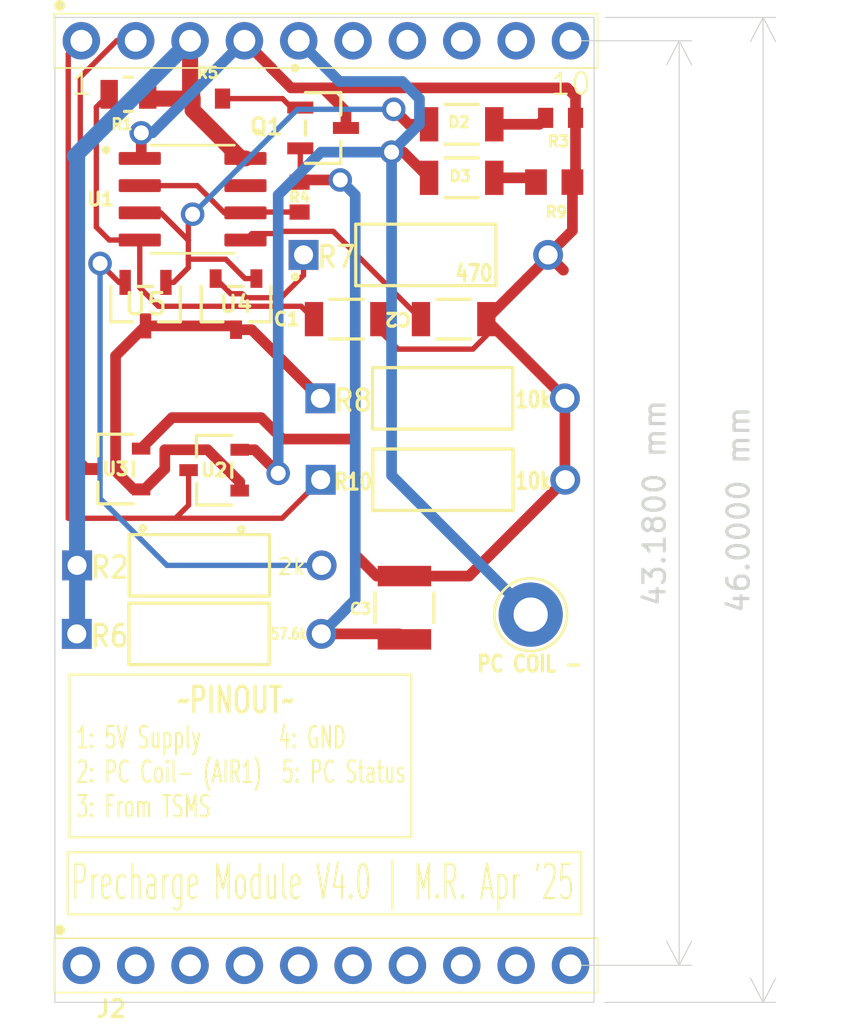
<source format=kicad_pcb>
(kicad_pcb (version 20240108) (generator "pcbnew") (generator_version "8.0")
  (layers (0 "F.Cu" signal) (31 "B.Cu" signal) (34 "B.Paste" user) (35 "F.Paste" user) (36 "B.SilkS" user "B.Silkscreen") (37 "F.SilkS" user "F.Silkscreen") (38 "B.Mask" user) (39 "F.Mask" user) (44 "Edge.Cuts" user))
  (net 0 "")
  (net 1 "Net-(Q1-C)")
  (net 2 "Net-(U1-CV)")
  (net 3 "Net-(U1-R)")
  (net 4 "Net-(D2-K)")
  (net 5 "Net-(D3-K)")
  (net 6 "Net-(U3-D)")
  (net 7 "Net-(U2-D)")
  (net 8 "Net-(Q1-E)")
  (net 9 "Net-(Q1-B)")
  (net 10 "Net-(U1-THR)")
  (net 12 "Net-(U1-VCC)")
  (net 18 "Drain")
  (net 19 "Gate")
  (net 20 "NmosSource")
  (net 21 "PMOSSOURCE")
  (net 22 "END")
  (footprint "Yellow RTDS LED:LED_AP3216SYD_KNB" (layer "F.Cu") (at 68.576 31.8 180)
    (property "Reference" "D3" (at 0.074 0.076 0) (layer "F.SilkS") (effects (font (size 0.5 0.5) (thickness 0.125))))
    (property "Value" "LED (Test)" (hide yes))
    (fp_line (start 0.78465 -0.9271) (end -0.78465 -0.9271) (stroke (width 0.1524)) (layer "F.SilkS"))
    (fp_line (start -0.78465 0.9271) (end 0.78465 0.9271) (stroke (width 0.1524)) (layer "F.SilkS"))
    (pad "1" smd rect (at -1.524 0 180) (size 0.8636 1.6002) (layers "F.Cu" "F.Paste" "F.Mask") (net 5 "Net-(D3-K)"))
    (pad "2" smd rect (at 1.524 0 180) (size 0.8636 1.6002) (layers "F.Cu" "F.Paste" "F.Mask") (net 22 "END"))
  )
  (footprint "CF14JT10K0:STA_CF14_STP" (layer "F.Cu") (at 50.585 53.1)
    (property "Reference" "R6" (at 1.53 0.1 0) (layer "F.SilkS") (effects (font (size 1 0.9))))
    (property "Value" "57.6k")
    (fp_line (start 2.4384 -1.4351) (end 2.4384 1.4351) (stroke (width 0.1524)) (layer "F.SilkS"))
    (fp_line (start 2.4384 1.4351) (end 8.9916 1.4351) (stroke (width 0.1524)) (layer "F.SilkS"))
    (fp_line (start 8.9916 -1.4351) (end 2.4384 -1.4351) (stroke (width 0.1524)) (layer "F.SilkS"))
    (fp_line (start 8.9916 1.4351) (end 8.9916 -1.4351) (stroke (width 0.1524)) (layer "F.SilkS"))
    (pad "1" thru_hole rect (at 0 0) (size 1.397 1.397) (drill 0.889) (layers "*.Cu" "*.Mask") (net 12 "Net-(U1-VCC)"))
    (pad "2" thru_hole circle (at 11.43 0) (size 1.397 1.397) (drill 0.889) (layers "*.Cu" "*.Mask") (net 8 "Net-(Q1-E)"))
  )
  (footprint "TestPoint:TestPoint_Loop_D2.60mm_Drill1.6mm_Beaded" (layer "F.Cu") (at 71.8 52.2)
    (property "Reference" "PC COIL -" (at -0.05 2.3 0) (layer "F.SilkS") (effects (font (size 0.75 0.6))))
    (property "Value" "TestPoint" (hide yes))
    (fp_circle (center 0 0) (end 1.7 0) (stroke (width 0.12)) (fill none) (layer "F.SilkS"))
    (pad "1" thru_hole circle (at 0 0) (size 3 3) (drill 1.6) (layers "*.Cu" "*.Mask") (net 22 "END"))
  )
  (footprint "Transistor:SOT-23_MCC" (layer "F.Cu") (at 62.1 29.4715 -90)
    (property "Reference" "Q1" (at -0.0609 2.663 0) (layer "F.SilkS") (effects (font (size 0.75 0.75))))
    (property "Value" "SS8550")
    (fp_line (start -0.34036 0.8255) (end 0.34036 0.8255) (stroke (width 0.1524)) (layer "F.SilkS"))
    (fp_line (start 1.651 0.8255) (end 1.651 -0.8255) (stroke (width 0.1524)) (layer "F.SilkS"))
    (fp_line (start -1.651 -0.8255) (end -1.651 0.8255) (stroke (width 0.1524)) (layer "F.SilkS"))
    (fp_line (start -0.61214 -0.8255) (end -1.651 -0.8255) (stroke (width 0.1524)) (layer "F.SilkS"))
    (fp_line (start 1.651 -0.8255) (end 0.61214 -0.8255) (stroke (width 0.1524)) (layer "F.SilkS"))
    (fp_circle (center -2.794 1.3208) (end -2.667 1.3208) (stroke (width 0.1524)) (fill none) (layer "F.SilkS"))
    (pad "1" smd rect (at -0.9525 1.0668 270) (size 0.5588 1.2192) (layers "F.Cu" "F.Paste" "F.Mask") (net 9 "Net-(Q1-B)"))
    (pad "2" smd rect (at 0.9525 1.0668 270) (size 0.5588 1.2192) (layers "F.Cu" "F.Paste" "F.Mask") (net 8 "Net-(Q1-E)"))
    (pad "3" smd rect (at 0 -1.0668 270) (size 0.5588 1.2192) (layers "F.Cu" "F.Paste" "F.Mask") (net 1 "Net-(Q1-C)"))
  )
  (footprint "1k Resistor:STA_RMCF0603_STP" (layer "F.Cu") (at 73.1985 29)
    (property "Reference" "R3" (at -0.0985 1.1 0) (layer "F.SilkS") (effects (font (size 0.5 0.5) (thickness 0.125))))
    (property "Value" "1k")
    (pad "1" smd rect (at -0.6985 0) (size 0.7112 0.9398) (layers "F.Cu" "F.Paste" "F.Mask") (net 4 "Net-(D2-K)"))
    (pad "2" smd rect (at 0.6985 0) (size 0.7112 0.9398) (layers "F.Cu" "F.Paste" "F.Mask") (net 1 "Net-(Q1-C)"))
  )
  (footprint "Capacitor 47u:CAP_CL32_SAM" (layer "F.Cu") (at 65.9 51.877801 90)
    (property "Reference" "C3" (at -0.05 -2.05 0) (layer "F.SilkS") (effects (font (size 0.5 0.5) (thickness 0.125))))
    (property "Value" "47u")
    (fp_line (start 0.692451 -1.377) (end -0.692451 -1.377) (stroke (width 0.1524)) (layer "F.SilkS"))
    (fp_line (start -0.692451 1.377) (end 0.692451 1.377) (stroke (width 0.1524)) (layer "F.SilkS"))
    (pad "1" smd rect (at -1.477801 0 90) (size 0.9556 2.5) (layers "F.Cu" "F.Paste" "F.Mask") (net 8 "Net-(Q1-E)"))
    (pad "2" smd rect (at 1.477801 0 90) (size 0.9556 2.5) (layers "F.Cu" "F.Paste" "F.Mask") (net 1 "Net-(Q1-C)"))
  )
  (footprint "Yellow RTDS LED:LED_AP3216SYD_KNB" (layer "F.Cu") (at 68.576 29.3 180)
    (property "Reference" "D2" (at 0.124 0.1 0) (layer "F.SilkS") (effects (font (size 0.5 0.5) (thickness 0.125))))
    (property "Value" "3 second timer" (hide yes))
    (fp_line (start 0.78465 -0.9271) (end -0.78465 -0.9271) (stroke (width 0.1524)) (layer "F.SilkS"))
    (fp_line (start -0.78465 0.9271) (end 0.78465 0.9271) (stroke (width 0.1524)) (layer "F.SilkS"))
    (pad "1" smd rect (at -1.524 0 180) (size 0.8636 1.6002) (layers "F.Cu" "F.Paste" "F.Mask") (net 4 "Net-(D2-K)"))
    (pad "2" smd rect (at 1.524 0 180) (size 0.8636 1.6002) (layers "F.Cu" "F.Paste" "F.Mask") (net 19 "Gate"))
  )
  (footprint "PMOS:PMV160UP_NEX" (layer "F.Cu") (at 53.8 37.7 180)
    (property "Reference" "U5" (at 0 0 0) (layer "F.SilkS"))
    (property "Value" "PMV160UP_NEX" (hide yes))
    (fp_line (start 1.6256 0.8255) (end 1.6256 -0.8255) (stroke (width 0.1524)) (layer "F.SilkS"))
    (fp_line (start 1.6256 -0.8255) (end 0.59944 -0.8255) (stroke (width 0.1524)) (layer "F.SilkS"))
    (fp_line (start -0.35306 0.8255) (end 0.35306 0.8255) (stroke (width 0.1524)) (layer "F.SilkS"))
    (fp_line (start -0.59944 -0.8255) (end -1.6256 -0.8255) (stroke (width 0.1524)) (layer "F.SilkS"))
    (fp_line (start -1.6256 -0.8255) (end -1.6256 0.8255) (stroke (width 0.1524)) (layer "F.SilkS"))
    (pad "1" smd rect (at -0.9525 1.016 180) (size 0.5334 1.1684) (layers "F.Cu" "F.Paste" "F.Mask") (net 19 "Gate"))
    (pad "2" smd rect (at 0.9525 1.016 180) (size 0.5334 1.1684) (layers "F.Cu" "F.Paste" "F.Mask") (net 21 "PMOSSOURCE"))
    (pad "3" smd rect (at 0 -1.016 180) (size 0.5334 1.1684) (layers "F.Cu" "F.Paste" "F.Mask") (net 18 "Drain"))
  )
  (footprint "150 Ohm resistor:RC0805N_YAG" (layer "F.Cu") (at 72.9 32 180)
    (property "Reference" "R9" (at -0.1 -1.4 0) (layer "F.SilkS") (effects (font (size 0.5 0.5) (thickness 0.125))))
    (property "Value" "150R")
    (pad "1" smd rect (at -0.8509 0 180) (size 1.016 1.1938) (layers "F.Cu" "F.Paste" "F.Mask") (net 1 "Net-(Q1-C)"))
    (pad "2" smd rect (at 0.8509 0 180) (size 1.016 1.1938) (layers "F.Cu" "F.Paste" "F.Mask") (net 5 "Net-(D3-K)"))
  )
  (footprint "CF14JT10K0:STA_CF14_STP" (layer "F.Cu") (at 61.97 42.1)
    (property "Reference" "R8" (at 1.53 0.1 0) (layer "F.SilkS") (effects (font (size 1 0.9))))
    (property "Value" "10k")
    (fp_line (start 2.4384 -1.4351) (end 2.4384 1.4351) (stroke (width 0.1524)) (layer "F.SilkS"))
    (fp_line (start 2.4384 1.4351) (end 8.9916 1.4351) (stroke (width 0.1524)) (layer "F.SilkS"))
    (fp_line (start 8.9916 -1.4351) (end 2.4384 -1.4351) (stroke (width 0.1524)) (layer "F.SilkS"))
    (fp_line (start 8.9916 1.4351) (end 8.9916 -1.4351) (stroke (width 0.1524)) (layer "F.SilkS"))
    (pad "1" thru_hole rect (at 0 0) (size 1.397 1.397) (drill 0.889) (layers "*.Cu" "*.Mask") (net 18 "Drain"))
    (pad "2" thru_hole circle (at 11.43 0) (size 1.397 1.397) (drill 0.889) (layers "*.Cu" "*.Mask") (net 1 "Net-(Q1-C)"))
  )
  (footprint "0.1 C:CAP_CL31_SAM" (layer "F.Cu") (at 63.2 38.4)
    (property "Reference" "C1" (at -2.8 0 0) (layer "F.SilkS") (effects (font (size 0.6 0.6))))
    (property "Value" "0.1u")
    (fp_line (start -0.792451 0.927) (end 0.792451 0.927) (stroke (width 0.1524)) (layer "F.SilkS"))
    (fp_line (start 0.792451 -0.927) (end -0.792451 -0.927) (stroke (width 0.1524)) (layer "F.SilkS"))
    (pad "1" smd rect (at -1.527801 0) (size 0.8556 1.6) (layers "F.Cu" "F.Paste" "F.Mask") (net 3 "Net-(U1-R)"))
    (pad "2" smd rect (at 1.527801 0) (size 0.8556 1.6) (layers "F.Cu" "F.Paste" "F.Mask") (net 1 "Net-(Q1-C)"))
  )
  (footprint "0.1 C:CAP_CL31_SAM" (layer "F.Cu") (at 68.2 38.4)
    (property "Reference" "C2" (at -2.6 0 180) (layer "F.SilkS") (effects (font (size 0.6 0.6))))
    (property "Value" "0.1u")
    (fp_line (start -0.792451 0.927) (end 0.792451 0.927) (stroke (width 0.1524)) (layer "F.SilkS"))
    (fp_line (start 0.792451 -0.927) (end -0.792451 -0.927) (stroke (width 0.1524)) (layer "F.SilkS"))
    (pad "1" smd rect (at -1.527801 0) (size 0.8556 1.6) (layers "F.Cu" "F.Paste" "F.Mask") (net 2 "Net-(U1-CV)"))
    (pad "2" smd rect (at 1.527801 0) (size 0.8556 1.6) (layers "F.Cu" "F.Paste" "F.Mask") (net 1 "Net-(Q1-C)"))
  )
  (footprint "CF14JT10K0:STA_CF14_STP" (layer "F.Cu") (at 61.185 35.4)
    (property "Reference" "R7" (at 1.53 0.1 0) (layer "F.SilkS") (effects (font (size 1 0.9))))
    (property "Value" "470")
    (fp_line (start 2.4384 -1.4351) (end 2.4384 1.4351) (stroke (width 0.1524)) (layer "F.SilkS"))
    (fp_line (start 2.4384 1.4351) (end 8.9916 1.4351) (stroke (width 0.1524)) (layer "F.SilkS"))
    (fp_line (start 8.9916 -1.4351) (end 2.4384 -1.4351) (stroke (width 0.1524)) (layer "F.SilkS"))
    (fp_line (start 8.9916 1.4351) (end 8.9916 -1.4351) (stroke (width 0.1524)) (layer "F.SilkS"))
    (pad "1" thru_hole rect (at 0 0) (size 1.397 1.397) (drill 0.889) (layers "*.Cu" "*.Mask") (net 20 "NmosSource"))
    (pad "2" thru_hole circle (at 11.43 0) (size 1.397 1.397) (drill 0.889) (layers "*.Cu" "*.Mask") (net 1 "Net-(Q1-C)"))
  )
  (footprint "1k Resistor:STA_RMCF0603_STP" (layer "F.Cu") (at 56.7 28.1)
    (property "Reference" "R5" (at 0 -1.2 0) (layer "F.SilkS") (effects (font (size 0.5 0.5) (thickness 0.125))))
    (property "Value" "1k")
    (pad "1" smd rect (at -0.6985 0) (size 0.7112 0.9398) (layers "F.Cu" "F.Paste" "F.Mask") (net 12 "Net-(U1-VCC)"))
    (pad "2" smd rect (at 0.6985 0) (size 0.7112 0.9398) (layers "F.Cu" "F.Paste" "F.Mask") (net 9 "Net-(Q1-B)"))
  )
  (footprint "IRLML2060TRPBF:SOT23_INF" (layer "F.Cu") (at 57.0062 45.4525 90)
    (property "Reference" "U2" (at 0 0 0) (layer "F.SilkS") (effects (font (size 0.6 0.6))))
    (property "Value" "IRLML2060TRPBF" (hide yes))
    (fp_line (start 1.6256 -0.8255) (end 0.61214 -0.8255) (stroke (width 0.1524)) (layer "F.SilkS"))
    (fp_line (start -0.61214 -0.8255) (end -1.6256 -0.8255) (stroke (width 0.1524)) (layer "F.SilkS"))
    (fp_line (start -1.6256 -0.8255) (end -1.6256 0.8255) (stroke (width 0.1524)) (layer "F.SilkS"))
    (fp_line (start 1.6256 0.8255) (end 1.6256 -0.8255) (stroke (width 0.1524)) (layer "F.SilkS"))
    (fp_line (start -0.34036 0.8255) (end 0.34036 0.8255) (stroke (width 0.1524)) (layer "F.SilkS"))
    (fp_circle (center -2.7686 1.27) (end -2.6416 1.27) (stroke (width 0.1524)) (fill none) (layer "F.SilkS"))
    (pad "1" smd rect (at -0.9525 1.1938 90) (size 0.5588 0.8636) (layers "F.Cu" "F.Paste" "F.Mask") (net 18 "Drain"))
    (pad "2" smd rect (at 0.9525 1.1938 90) (size 0.5588 0.8636) (layers "F.Cu" "F.Paste" "F.Mask") (net 22 "END"))
    (pad "3" smd rect (at 0 -1.1938 90) (size 0.5588 0.8636) (layers "F.Cu" "F.Paste" "F.Mask") (net 7 "Net-(U2-D)"))
  )
  (footprint "IRLML2060TRPBF:SOT23_INF" (layer "F.Cu") (at 52.4 45.4 90)
    (property "Reference" "U3" (at 0 0 0) (layer "F.SilkS") (effects (font (size 0.6 0.6))))
    (property "Value" "IRLML2060TRPBF" (hide yes))
    (fp_line (start 1.6256 -0.8255) (end 0.61214 -0.8255) (stroke (width 0.1524)) (layer "F.SilkS"))
    (fp_line (start -0.61214 -0.8255) (end -1.6256 -0.8255) (stroke (width 0.1524)) (layer "F.SilkS"))
    (fp_line (start -1.6256 -0.8255) (end -1.6256 0.8255) (stroke (width 0.1524)) (layer "F.SilkS"))
    (fp_line (start 1.6256 0.8255) (end 1.6256 -0.8255) (stroke (width 0.1524)) (layer "F.SilkS"))
    (fp_line (start -0.34036 0.8255) (end 0.34036 0.8255) (stroke (width 0.1524)) (layer "F.SilkS"))
    (fp_circle (center -2.7686 1.27) (end -2.6416 1.27) (stroke (width 0.1524)) (fill none) (layer "F.SilkS"))
    (pad "1" smd rect (at -0.9525 1.1938 90) (size 0.5588 0.8636) (layers "F.Cu" "F.Paste" "F.Mask") (net 18 "Drain"))
    (pad "2" smd rect (at 0.9525 1.1938 90) (size 0.5588 0.8636) (layers "F.Cu" "F.Paste" "F.Mask") (net 1 "Net-(Q1-C)"))
    (pad "3" smd rect (at 0 -1.1938 90) (size 0.5588 0.8636) (layers "F.Cu" "F.Paste" "F.Mask") (net 6 "Net-(U3-D)"))
  )
  (footprint "1k Resistor:STA_RMCF0603_STP" (layer "F.Cu") (at 61 32.7 90)
    (property "Reference" "R4" (at 0 0 0) (layer "F.SilkS") (effects (font (size 0.5 0.5) (thickness 0.125))))
    (property "Value" "1k")
    (pad "1" smd rect (at -0.6985 0 90) (size 0.7112 0.9398) (layers "F.Cu" "F.Paste" "F.Mask") (net 10 "Net-(U1-THR)"))
    (pad "2" smd rect (at 0.6985 0 90) (size 0.7112 0.9398) (layers "F.Cu" "F.Paste" "F.Mask") (net 8 "Net-(Q1-E)"))
  )
  (footprint "10 pin output:1X10-2.54MM-THT" (layer "F.Cu") (at 50.8 68.58)
    (property "Reference" "J2" (at 1.397 2.032 0) (layer "F.SilkS") (effects (font (size 0.8 0.8))))
    (property "Value" "PH1-10-UA")
    (fp_line (start -1.27 -1.27) (end -1.27 1.27) (stroke (width 0.0762)) (layer "F.SilkS"))
    (fp_line (start -1.27 -1.27) (end 24.13 -1.27) (stroke (width 0.0762)) (layer "F.SilkS"))
    (fp_line (start 24.13 -1.27) (end 24.13 1.27) (stroke (width 0.0762)) (layer "F.SilkS"))
    (fp_line (start 24.13 1.27) (end -1.27 1.27) (stroke (width 0.0762)) (layer "F.SilkS"))
    (fp_circle (center -1.016 -1.651) (end -0.762 -1.651) (fill solid) (layer "F.SilkS"))
    (pad "1" thru_hole circle (at 0 0) (size 1.75 1.75) (drill 1.02) (layers "*.Cu" "*.Mask"))
    (pad "2" thru_hole circle (at 2.54 0) (size 1.75 1.75) (drill 1.02) (layers "*.Cu" "*.Mask"))
    (pad "3" thru_hole circle (at 5.08 0) (size 1.75 1.75) (drill 1.02) (layers "*.Cu" "*.Mask"))
    (pad "4" thru_hole circle (at 7.62 0) (size 1.75 1.75) (drill 1.02) (layers "*.Cu" "*.Mask"))
    (pad "5" thru_hole circle (at 10.16 0) (size 1.75 1.75) (drill 1.02) (layers "*.Cu" "*.Mask"))
    (pad "6" thru_hole circle (at 12.7 0) (size 1.75 1.75) (drill 1.02) (layers "*.Cu" "*.Mask"))
    (pad "7" thru_hole circle (at 15.24 0) (size 1.75 1.75) (drill 1.02) (layers "*.Cu" "*.Mask"))
    (pad "8" thru_hole circle (at 17.78 0) (size 1.75 1.75) (drill 1.02) (layers "*.Cu" "*.Mask"))
    (pad "9" thru_hole circle (at 20.32 0) (size 1.75 1.75) (drill 1.02) (layers "*.Cu" "*.Mask"))
    (pad "10" thru_hole circle (at 22.86 0) (size 1.75 1.75) (drill 1.02) (layers "*.Cu" "*.Mask"))
  )
  (footprint "CF14JT10K0:STA_CF14_STP" (layer "F.Cu") (at 61.985 45.9)
    (property "Reference" "R10" (at 1.515 0.1 0) (layer "F.SilkS") (effects (font (size 0.75 0.6))))
    (property "Value" "10k")
    (fp_line (start 2.4384 -1.4351) (end 2.4384 1.4351) (stroke (width 0.1524)) (layer "F.SilkS"))
    (fp_line (start 2.4384 1.4351) (end 8.9916 1.4351) (stroke (width 0.1524)) (layer "F.SilkS"))
    (fp_line (start 8.9916 -1.4351) (end 2.4384 -1.4351) (stroke (width 0.1524)) (layer "F.SilkS"))
    (fp_line (start 8.9916 1.4351) (end 8.9916 -1.4351) (stroke (width 0.1524)) (layer "F.SilkS"))
    (pad "" thru_hole rect (at 0 0) (size 1.397 1.397) (drill 0.889) (layers "*.Cu" "*.Mask") (net 7 "Net-(U2-D)"))
    (pad "2" thru_hole circle (at 11.43 0) (size 1.397 1.397) (drill 0.889) (layers "*.Cu" "*.Mask") (net 1 "Net-(Q1-C)"))
  )
  (footprint "555 Timer:SOIC127P599X175-8N" (layer "F.Cu") (at 56 32.8)
    (property "Reference" "U1" (at -4.3 0 0) (layer "F.SilkS") (effects (font (size 0.6 0.6))))
    (property "Value" "NE555D")
    (fp_line (start -1.95 -2.525) (end 1.95 -2.525) (stroke (width 0.127)) (layer "F.SilkS"))
    (fp_line (start -1.95 2.525) (end 1.95 2.525) (stroke (width 0.127)) (layer "F.SilkS"))
    (fp_circle (center -4.04 -2.305) (end -3.94 -2.305) (stroke (width 0.2)) (fill none) (layer "F.SilkS"))
    (pad "1" smd roundrect (at -2.47 -1.905) (size 1.97 0.6) (layers "F.Cu" "F.Paste" "F.Mask") (roundrect_rratio 0.125) (net 1 "Net-(Q1-C)"))
    (pad "2" smd roundrect (at -2.47 -0.635) (size 1.97 0.6) (layers "F.Cu" "F.Paste" "F.Mask") (roundrect_rratio 0.125) (net 10 "Net-(U1-THR)"))
    (pad "3" smd roundrect (at -2.47 0.635) (size 1.97 0.6) (layers "F.Cu" "F.Paste" "F.Mask") (roundrect_rratio 0.125) (net 19 "Gate"))
    (pad "4" smd roundrect (at -2.47 1.905) (size 1.97 0.6) (layers "F.Cu" "F.Paste" "F.Mask") (roundrect_rratio 0.125) (net 3 "Net-(U1-R)"))
    (pad "5" smd roundrect (at 2.47 1.905) (size 1.97 0.6) (layers "F.Cu" "F.Paste" "F.Mask") (roundrect_rratio 0.125) (net 2 "Net-(U1-CV)"))
    (pad "6" smd roundrect (at 2.47 0.635) (size 1.97 0.6) (layers "F.Cu" "F.Paste" "F.Mask") (roundrect_rratio 0.125) (net 10 "Net-(U1-THR)"))
    (pad "7" smd roundrect (at 2.47 -0.635) (size 1.97 0.6) (layers "F.Cu" "F.Paste" "F.Mask") (roundrect_rratio 0.125))
    (pad "8" smd roundrect (at 2.47 -1.905) (size 1.97 0.6) (layers "F.Cu" "F.Paste" "F.Mask") (roundrect_rratio 0.125) (net 12 "Net-(U1-VCC)"))
  )
  (footprint "IRLML2060TRPBF:SOT23_INF" (layer "F.Cu") (at 58.0285 37.7 180)
    (property "Reference" "U4" (at 0 0 0) (layer "F.SilkS") (effects (font (size 0.75 0.75))))
    (property "Value" "IRLML2060TRPBF" (hide yes))
    (fp_line (start 1.6256 0.8255) (end 1.6256 -0.8255) (stroke (width 0.1524)) (layer "F.SilkS"))
    (fp_line (start 1.6256 -0.8255) (end 0.61214 -0.8255) (stroke (width 0.1524)) (layer "F.SilkS"))
    (fp_line (start -0.34036 0.8255) (end 0.34036 0.8255) (stroke (width 0.1524)) (layer "F.SilkS"))
    (fp_line (start -0.61214 -0.8255) (end -1.6256 -0.8255) (stroke (width 0.1524)) (layer "F.SilkS"))
    (fp_line (start -1.6256 -0.8255) (end -1.6256 0.8255) (stroke (width 0.1524)) (layer "F.SilkS"))
    (fp_circle (center -2.7686 1.27) (end -2.6416 1.27) (stroke (width 0.1524)) (fill none) (layer "F.SilkS"))
    (pad "1" smd rect (at -0.9525 1.1938 180) (size 0.5588 0.8636) (layers "F.Cu" "F.Paste" "F.Mask") (net 19 "Gate"))
    (pad "2" smd rect (at 0.9525 1.1938 180) (size 0.5588 0.8636) (layers "F.Cu" "F.Paste" "F.Mask") (net 20 "NmosSource"))
    (pad "3" smd rect (at 0 -1.1938 180) (size 0.5588 0.8636) (layers "F.Cu" "F.Paste" "F.Mask") (net 18 "Drain"))
  )
  (footprint "CF14JT10K0:STA_CF14_STP" (layer "F.Cu") (at 50.6 49.9)
    (property "Reference" "R2" (at 1.53 0.1 0) (layer "F.SilkS") (effects (font (size 1 0.9))))
    (property "Value" "2k")
    (fp_line (start 2.4384 -1.4351) (end 2.4384 1.4351) (stroke (width 0.1524)) (layer "F.SilkS"))
    (fp_line (start 2.4384 1.4351) (end 8.9916 1.4351) (stroke (width 0.1524)) (layer "F.SilkS"))
    (fp_line (start 8.9916 -1.4351) (end 2.4384 -1.4351) (stroke (width 0.1524)) (layer "F.SilkS"))
    (fp_line (start 8.9916 1.4351) (end 8.9916 -1.4351) (stroke (width 0.1524)) (layer "F.SilkS"))
    (pad "1" thru_hole rect (at 0 0) (size 1.397 1.397) (drill 0.889) (layers "*.Cu" "*.Mask") (net 12 "Net-(U1-VCC)"))
    (pad "2" thru_hole circle (at 11.43 0) (size 1.397 1.397) (drill 0.889) (layers "*.Cu" "*.Mask") (net 21 "PMOSSOURCE"))
  )
  (footprint "22k resistor:STA_RMCF0805_STP" (layer "F.Cu") (at 53.0017 27.9)
    (property "Reference" "R1" (at -0.3017 1.4 0) (layer "F.SilkS") (effects (font (size 0.5 0.5) (thickness 0.125))))
    (property "Value" "22k")
    (fp_line (start -0.18775 0.8001) (end 0.18775 0.8001) (stroke (width 0.1524)) (layer "F.SilkS"))
    (fp_line (start 0.18775 -0.8001) (end -0.18775 -0.8001) (stroke (width 0.1524)) (layer "F.SilkS"))
    (pad "1" smd rect (at -0.9017 0) (size 0.8128 1.3462) (layers "F.Cu" "F.Paste" "F.Mask") (net 3 "Net-(U1-R)"))
    (pad "2" smd rect (at 0.9017 0) (size 0.8128 1.3462) (layers "F.Cu" "F.Paste" "F.Mask") (net 12 "Net-(U1-VCC)"))
  )
  (footprint "10 pin output:1X10-2.54MM-THT" (layer "F.Cu") (at 50.8 25.4)
    (property "Reference" "J1" (hide yes))
    (property "Value" "PH1-10-UA")
    (fp_line (start -1.27 -1.27) (end -1.27 1.27) (stroke (width 0.0762)) (layer "F.SilkS"))
    (fp_line (start -1.27 -1.27) (end 24.13 -1.27) (stroke (width 0.0762)) (layer "F.SilkS"))
    (fp_line (start 24.13 -1.27) (end 24.13 1.27) (stroke (width 0.0762)) (layer "F.SilkS"))
    (fp_line (start 24.13 1.27) (end -1.27 1.27) (stroke (width 0.0762)) (layer "F.SilkS"))
    (fp_circle (center -1.016 -1.651) (end -0.762 -1.651) (fill solid) (layer "F.SilkS"))
    (pad "1" thru_hole circle (at 0 0) (size 1.75 1.75) (drill 1.02) (layers "*.Cu" "*.Mask") (net 7 "Net-(U2-D)"))
    (pad "2" thru_hole circle (at 2.54 0) (size 1.75 1.75) (drill 1.02) (layers "*.Cu" "*.Mask") (net 6 "Net-(U3-D)"))
    (pad "3" thru_hole circle (at 5.08 0) (size 1.75 1.75) (drill 1.02) (layers "*.Cu" "*.Mask") (net 12 "Net-(U1-VCC)"))
    (pad "4" thru_hole circle (at 7.62 0) (size 1.75 1.75) (drill 1.02) (layers "*.Cu" "*.Mask") (net 1 "Net-(Q1-C)"))
    (pad "5" thru_hole circle (at 10.16 0) (size 1.75 1.75) (drill 1.02) (layers "*.Cu" "*.Mask") (net 22 "END"))
    (pad "6" thru_hole circle (at 12.7 0) (size 1.75 1.75) (drill 1.02) (layers "*.Cu" "*.Mask"))
    (pad "7" thru_hole circle (at 15.24 0) (size 1.75 1.75) (drill 1.02) (layers "*.Cu" "*.Mask"))
    (pad "8" thru_hole circle (at 17.78 0) (size 1.75 1.75) (drill 1.02) (layers "*.Cu" "*.Mask"))
    (pad "9" thru_hole circle (at 20.32 0) (size 1.75 1.75) (drill 1.02) (layers "*.Cu" "*.Mask"))
    (pad "10" thru_hole circle (at 22.86 0) (size 1.75 1.75) (drill 1.02) (layers "*.Cu" "*.Mask"))
  )
  (gr_rect (start 50.25 55) (end 66.218809 62.6) (stroke (width 0.1)) (fill none) (layer "F.SilkS"))
  (gr_rect (start 50.163 63.3) (end 74.163 66.2) (stroke (width 0.1)) (fill none) (layer "F.SilkS"))
  (gr_rect (start 49.563 24.3084) (end 74.763 70.3084) (stroke (width 0.05)) (fill none) (layer "Edge.Cuts"))
  (gr_text "10k\n" (at 71 42.6 0) (layer "F.SilkS") (effects (font (size 0.75 0.6) (thickness 0.15) (bold yes)) (justify left bottom)))
  (gr_text "1" (at 50.27381 28 0) (layer "F.SilkS") (effects (font (size 1 1) (thickness 0.1)) (justify left bottom)))
  (gr_text "1: 5V Supply	4: GND\n2: PC Coil- (AIR1)  5: PC Status\n3: From TSMS" (at 50.5 61.75 0) (layer "F.SilkS") (effects (font (size 1 0.6) (thickness 0.1)) (justify left bottom)))
  (gr_text "10" (at 72.657619 28 0) (layer "F.SilkS") (effects (font (size 1 1) (thickness 0.1)) (justify left bottom)))
  (gr_text "10k\n" (at 71 46.4 0) (layer "F.SilkS") (effects (font (size 0.75 0.6) (thickness 0.15) (bold yes)) (justify left bottom)))
  (gr_text "470\n" (at 68.2 36.7 0) (layer "F.SilkS") (effects (font (size 0.75 0.6) (thickness 0.15) (bold yes)) (justify left bottom)))
  (gr_text "Precharge Module V4.0 | M.R. Apr '25\n" (at 50.264427 65.6385 0) (layer "F.SilkS") (effects (font (size 1.6 0.8) (thickness 0.1)) (justify left bottom)))
  (gr_text "2k\n" (at 59.9 50.4 0) (layer "F.SilkS") (effects (font (size 0.75 0.75) (thickness 0.1) (bold yes)) (justify left bottom)))
  (gr_text "~PINOUT~" (at 55.2 56.9 0) (layer "F.SilkS") (effects (font (size 1.2 0.8) (thickness 0.15) (bold yes)) (justify left bottom)))
  (gr_text "57.6k" (at 59.6 53.4 0) (layer "F.SilkS") (effects (font (size 0.5 0.4) (thickness 0.1) (bold yes)) (justify left bottom)))
  (dimension (type aligned) (layer "Edge.Cuts") (pts (xy 74.763 24.3084) (xy 74.763 70.3084)) (height -7.9) (gr_text "46.0000 mm" (at 81.513 47.3084 90) (layer "Edge.Cuts") (effects (font (size 1 1) (thickness 0.15)))) (format (prefix "") (suffix "") (units 3) (units_format 1) (precision 4)) (style (thickness 0.05) (arrow_length 1.27) (text_position_mode 0) (extension_height 0.58642) (extension_offset 0.5) keep_text_aligned))
  (dimension (type aligned) (layer "Edge.Cuts") (pts (xy 73.66 68.58) (xy 73.66 25.4)) (height 5.08) (gr_text "43.1800 mm" (at 77.59 46.99 90) (layer "Edge.Cuts") (effects (font (size 1 1) (thickness 0.15)))) (format (prefix "") (suffix "") (units 3) (units_format 1) (precision 4)) (style (thickness 0.05) (arrow_length 1.27) (text_position_mode 0) (extension_height 0.58642) (extension_offset 0.5) keep_text_aligned))
  (segment (start 63.1668 28.6921) (end 63.1668 29.4715) (width 0.5) (layer "F.Cu") (net 1))
  (segment (start 59.2 43) (end 60.2 44) (width 0.5) (layer "F.Cu") (net 1))
  (segment (start 69.727801 39.172199) (end 69.727801 38.4) (width 0.25) (layer "F.Cu") (net 1))
  (segment (start 59.695 26.675) (end 59.695 26.695) (width 0.5) (layer "F.Cu") (net 1))
  (segment (start 69.1 39.8) (end 69.727801 39.172199) (width 0.25) (layer "F.Cu") (net 1))
  (segment (start 63.6 49.4) (end 64.6 50.4) (width 0.5) (layer "F.Cu") (net 1))
  (segment (start 65.9 50.4) (end 68.915 50.4) (width 0.5) (layer "F.Cu") (net 1))
  (segment (start 68.915 50.4) (end 73.415 45.9) (width 0.5) (layer "F.Cu") (net 1))
  (segment (start 62.0747 27.6) (end 63.1668 28.6921) (width 0.5) (layer "F.Cu") (net 1))
  (segment (start 55.0413 43) (end 59.2 43) (width 0.5) (layer "F.Cu") (net 1))
  (segment (start 65.6 39.8) (end 69.1 39.8) (width 0.25) (layer "F.Cu") (net 1))
  (segment (start 73.4 45.885) (end 73.415 45.9) (width 0.5) (layer "F.Cu") (net 1))
  (segment (start 62.0747 27.6) (end 73.5 27.6) (width 0.5) (layer "F.Cu") (net 1))
  (segment (start 58.42 25.4) (end 59.695 26.675) (width 0.5) (layer "F.Cu") (net 1))
  (segment (start 73.897 31.8539) (end 73.7509 32) (width 0.5) (layer "F.Cu") (net 1))
  (segment (start 69.727801 38.427801) (end 69.727801 38.4) (width 0.5) (layer "F.Cu") (net 1))
  (segment (start 73.33 36.115) (end 72.615 35.4) (width 0.5) (layer "F.Cu") (net 1))
  (segment (start 73.4 42.1) (end 73.4 45.885) (width 0.5) (layer "F.Cu") (net 1))
  (segment (start 63.6 44) (end 63.6 49.4) (width 0.5) (layer "F.Cu") (net 1))
  (segment (start 72.615 35.4) (end 72.615 35.512801) (width 0.5) (layer "F.Cu") (net 1))
  (segment (start 60.6 27.6) (end 62.0747 27.6) (width 0.5) (layer "F.Cu") (net 1))
  (segment (start 53.5938 44.4475) (end 55.0413 43) (width 0.5) (layer "F.Cu") (net 1))
  (segment (start 60.2 44) (end 63.6 44) (width 0.5) (layer "F.Cu") (net 1))
  (segment (start 64.727801 38.4) (end 64.727801 38.927801) (width 0.25) (layer "F.Cu") (net 1))
  (segment (start 64.727801 38.927801) (end 65.6 39.8) (width 0.25) (layer "F.Cu") (net 1))
  (segment (start 73.5 27.6) (end 73.897 27.997) (width 0.5) (layer "F.Cu") (net 1))
  (segment (start 53.6 30.825) (end 53.53 30.895) (width 0.5) (layer "F.Cu") (net 1))
  (segment (start 64.6 50.4) (end 65.9 50.4) (width 0.5) (layer "F.Cu") (net 1))
  (segment (start 53.6 29.7) (end 53.6 30.825) (width 0.5) (layer "F.Cu") (net 1))
  (segment (start 72.615 35.512801) (end 69.727801 38.4) (width 0.5) (layer "F.Cu") (net 1))
  (segment (start 59.695 26.695) (end 60.6 27.6) (width 0.5) (layer "F.Cu") (net 1))
  (segment (start 73.4 42.1) (end 69.727801 38.427801) (width 0.5) (layer "F.Cu") (net 1))
  (segment (start 73.897 27.997) (end 73.897 29) (width 0.5) (layer "F.Cu") (net 1))
  (segment (start 73.7509 32) (end 73.7509 34.2641) (width 0.5) (layer "F.Cu") (net 1))
  (segment (start 73.7509 34.2641) (end 72.615 35.4) (width 0.5) (layer "F.Cu") (net 1))
  (segment (start 73.897 29) (end 73.897 31.8539) (width 0.5) (layer "F.Cu") (net 1))
  (via (at 53.6 29.7) (size 1.1) (drill 0.7) (layers "F.Cu" "B.Cu") (net 1))
  (segment (start 54.12 29.7) (end 58.42 25.4) (width 0.5) (layer "B.Cu") (net 1))
  (segment (start 53.6 29.7) (end 54.12 29.7) (width 0.5) (layer "B.Cu") (net 1))
  (segment (start 58.47 34.705) (end 58.77 34.405) (width 0.25) (layer "F.Cu") (net 2))
  (segment (start 60.1 34.3) (end 62.572199 34.3) (width 0.25) (layer "F.Cu") (net 2))
  (segment (start 58.77 34.405) (end 59.995 34.405) (width 0.25) (layer "F.Cu") (net 2))
  (segment (start 62.572199 34.3) (end 66.672199 38.4) (width 0.25) (layer "F.Cu") (net 2))
  (segment (start 59.995 34.405) (end 60.1 34.3) (width 0.25) (layer "F.Cu") (net 2))
  (segment (start 51.5 28.5) (end 51.5 34.1) (width 0.25) (layer "F.Cu") (net 3))
  (segment (start 52.105 34.705) (end 53.53 34.705) (width 0.25) (layer "F.Cu") (net 3))
  (segment (start 54.4 37.8) (end 61.072199 37.8) (width 0.25) (layer "F.Cu") (net 3))
  (segment (start 53.53 36.93) (end 54.4 37.8) (width 0.25) (layer "F.Cu") (net 3))
  (segment (start 51.5 34.1) (end 52.105 34.705) (width 0.25) (layer "F.Cu") (net 3))
  (segment (start 52.1 27.9) (end 51.5 28.5) (width 0.25) (layer "F.Cu") (net 3))
  (segment (start 61.072199 37.8) (end 61.672199 38.4) (width 0.25) (layer "F.Cu") (net 3))
  (segment (start 53.53 34.705) (end 53.53 36.93) (width 0.25) (layer "F.Cu") (net 3))
  (segment (start 72.2 29.3) (end 72.5 29) (width 0.5) (layer "F.Cu") (net 4))
  (segment (start 70.1 29.3) (end 72.2 29.3) (width 0.5) (layer "F.Cu") (net 4))
  (segment (start 71.8491 31.8) (end 72.0491 32) (width 0.5) (layer "F.Cu") (net 5))
  (segment (start 70.1 31.8) (end 71.8491 31.8) (width 0.5) (layer "F.Cu") (net 5))
  (segment (start 53.34 25.4) (end 52.45 25.4) (width 0.25) (layer "F.Cu") (net 6))
  (segment (start 50.75 27.1) (end 50.75 44.9438) (width 0.25) (layer "F.Cu") (net 6))
  (segment (start 52.45 25.4) (end 50.75 27.1) (width 0.25) (layer "F.Cu") (net 6))
  (segment (start 50.75 44.9438) (end 51.2062 45.4) (width 0.25) (layer "F.Cu") (net 6))
  (segment (start 50.8 25.4) (end 50.188 26.012) (width 0.25) (layer "F.Cu") (net 7))
  (segment (start 55.8124 47.0876) (end 55.8124 45.4525) (width 0.25) (layer "F.Cu") (net 7))
  (segment (start 55.2 47.7) (end 55.8124 47.0876) (width 0.25) (layer "F.Cu") (net 7))
  (segment (start 55.2 47.7) (end 60.185 47.7) (width 0.25) (layer "F.Cu") (net 7))
  (segment (start 50.188 47.7) (end 55.2 47.7) (width 0.25) (layer "F.Cu") (net 7))
  (segment (start 50.188 26.012) (end 50.188 47.7) (width 0.25) (layer "F.Cu") (net 7))
  (segment (start 60.185 47.7) (end 61.985 45.9) (width 0.25) (layer "F.Cu") (net 7))
  (segment (start 61.0332 30.424) (end 61.0332 31.9683) (width 0.25) (layer "F.Cu") (net 8))
  (segment (start 62.015 53.1) (end 65.644398 53.1) (width 0.5) (layer "F.Cu") (net 8))
  (segment (start 65.644398 53.1) (end 65.9 53.355602) (width 0.5) (layer "F.Cu") (net 8))
  (segment (start 61.0332 31.9683) (end 61 32.0015) (width 0.25) (layer "F.Cu") (net 8))
  (segment (start 61.1015 31.9) (end 61 32.0015) (width 0.5) (layer "F.Cu") (net 8))
  (segment (start 62.9 31.9) (end 61.1015 31.9) (width 0.5) (layer "F.Cu") (net 8))
  (via (at 62.9 31.9) (size 1.1) (drill 0.7) (layers "F.Cu" "B.Cu") (net 8))
  (segment (start 63.1285 51.9865) (end 63.1285 51.9715) (width 0.5) (layer "B.Cu") (net 8))
  (segment (start 62.015 53.1) (end 63.1285 51.9865) (width 0.5) (layer "B.Cu") (net 8))
  (segment (start 63.6 51.5) (end 63.6 32.6) (width 0.5) (layer "B.Cu") (net 8))
  (segment (start 63.6 32.6) (end 62.9 31.9) (width 0.5) (layer "B.Cu") (net 8))
  (segment (start 63.1285 51.9715) (end 63.6 51.5) (width 0.5) (layer "B.Cu") (net 8))
  (segment (start 60.2 28.1) (end 60.619 28.519) (width 0.25) (layer "F.Cu") (net 9))
  (segment (start 57.3985 28.1) (end 60.2 28.1) (width 0.25) (layer "F.Cu") (net 9))
  (segment (start 60.619 28.519) (end 61.0332 28.519) (width 0.25) (layer "F.Cu") (net 9))
  (segment (start 57.485001 33.435) (end 56.215001 32.165) (width 0.25) (layer "F.Cu") (net 10))
  (segment (start 56.215001 32.165) (end 53.53 32.165) (width 0.25) (layer "F.Cu") (net 10))
  (segment (start 58.5065 33.3985) (end 58.47 33.435) (width 0.25) (layer "F.Cu") (net 10))
  (segment (start 58.47 33.435) (end 57.485001 33.435) (width 0.25) (layer "F.Cu") (net 10))
  (segment (start 61 33.3985) (end 58.5065 33.3985) (width 0.25) (layer "F.Cu") (net 10))
  (segment (start 54.1034 28.1) (end 53.9034 27.9) (width 0.75) (layer "F.Cu") (net 12))
  (segment (start 55.88 25.4) (end 55.88 27.9785) (width 0.75) (layer "F.Cu") (net 12))
  (segment (start 58.25347 30.895) (end 58.47 30.895) (width 0.75) (layer "F.Cu") (net 12))
  (segment (start 56.0015 28.1) (end 54.1034 28.1) (width 0.75) (layer "F.Cu") (net 12))
  (segment (start 56.0015 28.64303) (end 58.25347 30.895) (width 0.75) (layer "F.Cu") (net 12))
  (segment (start 56.0015 28.1) (end 56.0015 28.64303) (width 0.75) (layer "F.Cu") (net 12))
  (segment (start 55.88 27.9785) (end 56.0015 28.1) (width 0.75) (layer "F.Cu") (net 12))
  (segment (start 55.88 25.4) (end 50.5 30.78) (width 0.75) (layer "B.Cu") (net 12))
  (segment (start 50.5 53.015) (end 50.585 53.1) (width 0.75) (layer "B.Cu") (net 12))
  (segment (start 50.6 49.9) (end 50.6 53.085) (width 0.75) (layer "B.Cu") (net 12))
  (segment (start 50.5 30.78) (end 50.6 30.88) (width 0.75) (layer "B.Cu") (net 12))
  (segment (start 50.6 53.085) (end 50.585 53.1) (width 0.75) (layer "B.Cu") (net 12))
  (segment (start 50.6 30.88) (end 50.6 49.9) (width 0.75) (layer "B.Cu") (net 12))
  (segment (start 53.2525 46.3525) (end 53.5938 46.3525) (width 0.5) (layer "F.Cu") (net 18))
  (segment (start 52.4 45.5) (end 53.2525 46.3525) (width 0.5) (layer "F.Cu") (net 18))
  (segment (start 54.7 44.5) (end 56.7 44.5) (width 0.5) (layer "F.Cu") (net 18))
  (segment (start 53.8 38.716) (end 57.8507 38.716) (width 0.5) (layer "F.Cu") (net 18))
  (segment (start 52.4 40.116) (end 52.4 45.5) (width 0.5) (layer "F.Cu") (net 18))
  (segment (start 58.2 46) (end 58.2 46.405) (width 0.5) (layer "F.Cu") (net 18))
  (segment (start 53.5938 46.3525) (end 53.7475 46.3525) (width 0.5) (layer "F.Cu") (net 18))
  (segment (start 56.7 44.5) (end 58.2 46) (width 0.5) (layer "F.Cu") (net 18))
  (segment (start 54.7 45.4) (end 54.7 44.5) (width 0.5) (layer "F.Cu") (net 18))
  (segment (start 58.0285 38.8938) (end 58.7638 38.8938) (width 0.5) (layer "F.Cu") (net 18))
  (segment (start 53.7475 46.3525) (end 54.7 45.4) (width 0.5) (layer "F.Cu") (net 18))
  (segment (start 53.8 38.716) (end 52.4 40.116) (width 0.5) (layer "F.Cu") (net 18))
  (segment (start 58.7638 38.8938) (end 61.97 42.1) (width 0.5) (layer "F.Cu") (net 18))
  (segment (start 57.8507 38.716) (end 58.0285 38.8938) (width 0.5) (layer "F.Cu") (net 18))
  (segment (start 55.116 36.684) (end 55.8 36) (width 0.25) (layer "F.Cu") (net 19))
  (segment (start 55.8 34.720001) (end 55.8 33.7) (width 0.25) (layer "F.Cu") (net 19))
  (segment (start 58.981 36.5062) (end 58.4516 36.5062) (width 0.25) (layer "F.Cu") (net 19))
  (segment (start 54.7525 36.684) (end 55.116 36.684) (width 0.25) (layer "F.Cu") (net 19))
  (segment (start 66.1 29.3) (end 65.4 28.6) (width 0.5) (layer "F.Cu") (net 19))
  (segment (start 57.5454 35.6) (end 55.8 35.6) (width 0.25) (layer "F.Cu") (net 19))
  (segment (start 55.8 35.6) (end 55.8 34.720001) (width 0.25) (layer "F.Cu") (net 19))
  (segment (start 55.8 36) (end 55.8 35.6) (width 0.25) (layer "F.Cu") (net 19))
  (segment (start 58.4516 36.5062) (end 57.5454 35.6) (width 0.25) (layer "F.Cu") (net 19))
  (segment (start 55.8 33.7) (end 56 33.5) (width 0.25) (layer "F.Cu") (net 19))
  (segment (start 55.8 34.720001) (end 54.514999 33.435) (width 0.25) (layer "F.Cu") (net 19))
  (segment (start 54.514999 33.435) (end 53.53 33.435) (width 0.25) (layer "F.Cu") (net 19))
  (segment (start 67.052 29.3) (end 66.1 29.3) (width 0.5) (layer "F.Cu") (net 19))
  (via (at 56 33.5) (size 1.1) (drill 0.7) (layers "F.Cu" "B.Cu") (net 19))
  (via (at 65.4 28.6) (size 1.1) (drill 0.7) (layers "F.Cu" "B.Cu") (net 19))
  (segment (start 60.9 28.6) (end 65.4 28.6) (width 0.25) (layer "B.Cu") (net 19))
  (segment (start 56 33.5) (end 60.9 28.6) (width 0.25) (layer "B.Cu") (net 19))
  (segment (start 58.313 37.213) (end 58.5 37.4) (width 0.25) (layer "F.Cu") (net 20))
  (segment (start 58.5 37.4) (end 60.1335 37.4) (width 0.25) (layer "F.Cu") (net 20))
  (segment (start 61.185 36.3485) (end 61.185 35.4) (width 0.25) (layer "F.Cu") (net 20))
  (segment (start 60.1335 37.4) (end 61.185 36.3485) (width 0.25) (layer "F.Cu") (net 20))
  (segment (start 57.7828 37.213) (end 58.313 37.213) (width 0.25) (layer "F.Cu") (net 20))
  (segment (start 57.076 36.5062) (end 57.7828 37.213) (width 0.25) (layer "F.Cu") (net 20))
  (segment (start 52.8475 36.684) (end 52.559 36.684) (width 0.25) (layer "F.Cu") (net 21))
  (segment (start 52.559 36.684) (end 51.675 35.8) (width 0.25) (layer "F.Cu") (net 21))
  (via (at 51.675 35.8) (size 1.1) (drill 0.7) (layers "F.Cu" "B.Cu") (net 21))
  (segment (start 62.03 49.9) (end 54.8 49.9) (width 0.25) (layer "B.Cu") (net 21))
  (segment (start 51.675 46.775) (end 51.675 35.8) (width 0.25) (layer "B.Cu") (net 21))
  (segment (start 54.8 49.9) (end 51.675 46.775) (width 0.25) (layer "B.Cu") (net 21))
  (segment (start 58.9 44.5) (end 60 45.6) (width 0.5) (layer "F.Cu") (net 22))
  (segment (start 65.3 30.6) (end 65.852 30.6) (width 0.5) (layer "F.Cu") (net 22))
  (segment (start 58.2 44.5) (end 58.9 44.5) (width 0.5) (layer "F.Cu") (net 22))
  (segment (start 65.852 30.6) (end 67.052 31.8) (width 0.5) (layer "F.Cu") (net 22))
  (via (at 60 45.6) (size 1.1) (drill 0.7) (layers "F.Cu" "B.Cu") (net 22))
  (via (at 65.3 30.6) (size 1.1) (drill 0.7) (layers "F.Cu" "B.Cu") (net 22))
  (segment (start 60 32.6) (end 62 30.6) (width 0.5) (layer "B.Cu") (net 22))
  (segment (start 65.3 45.7) (end 65.3 30.6) (width 0.5) (layer "B.Cu") (net 22))
  (segment (start 65.8 27.3) (end 62.86 27.3) (width 0.5) (layer "B.Cu") (net 22))
  (segment (start 60 45.6) (end 60 32.6) (width 0.5) (layer "B.Cu") (net 22))
  (segment (start 62 30.6) (end 65.3 30.6) (width 0.5) (layer "B.Cu") (net 22))
  (segment (start 66.6 28.1) (end 65.8 27.3) (width 0.5) (layer "B.Cu") (net 22))
  (segment (start 71.8 52.2) (end 65.3 45.7) (width 0.5) (layer "B.Cu") (net 22))
  (segment (start 65.3 30.6) (end 66.6 29.3) (width 0.5) (layer "B.Cu") (net 22))
  (segment (start 62.86 27.3) (end 60.96 25.4) (width 0.5) (layer "B.Cu") (net 22))
  (segment (start 66.6 29.3) (end 66.6 28.1) (width 0.5) (layer "B.Cu") (net 22))
)
</source>
